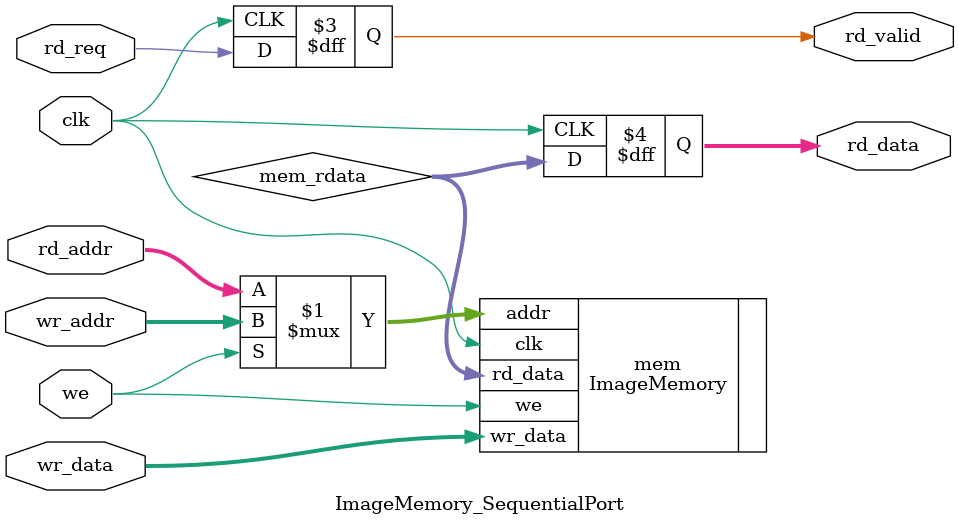
<source format=sv>

module ImageMemory_SequentialPort #(
    parameter int IMG_W = 512,
    parameter int IMG_H = 512
)(
    input  logic clk,
    input  logic rd_req,
    input  logic [$clog2(IMG_W*IMG_H)-1:0] rd_addr,

    output logic rd_valid,
    output logic [7:0] rd_data,

    // Write port (opcional para carga inicial)
    input  logic we,
    input  logic [$clog2(IMG_W*IMG_H)-1:0] wr_addr,
    input  logic [7:0] wr_data
);

    logic [7:0] mem_rdata;

    ImageMemory #(
        .IMG_W(IMG_W), .IMG_H(IMG_H)
    ) mem (
        .clk(clk),
        .we(we),
        .addr(we ? wr_addr : rd_addr),
        .wr_data(wr_data),
        .rd_data(mem_rdata)
    );

    always_ff @(posedge clk) begin
        rd_valid <= rd_req;
        rd_data  <= mem_rdata;
    end

endmodule

</source>
